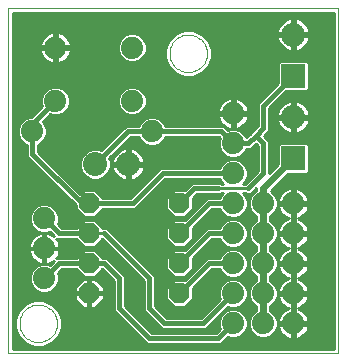
<source format=gbl>
G75*
G70*
%OFA0B0*%
%FSLAX24Y24*%
%IPPOS*%
%LPD*%
%AMOC8*
5,1,8,0,0,1.08239X$1,22.5*
%
%ADD10C,0.0000*%
%ADD11C,0.0740*%
%ADD12OC8,0.0680*%
%ADD13R,0.0800X0.0800*%
%ADD14C,0.0800*%
%ADD15C,0.0100*%
%ADD16C,0.0240*%
%ADD17C,0.0160*%
D10*
X000150Y000841D02*
X000150Y012341D01*
X011150Y012341D01*
X011150Y000841D01*
X000150Y000841D01*
X000525Y001841D02*
X000527Y001891D01*
X000533Y001940D01*
X000543Y001989D01*
X000556Y002036D01*
X000574Y002083D01*
X000595Y002128D01*
X000619Y002171D01*
X000647Y002212D01*
X000678Y002251D01*
X000712Y002287D01*
X000749Y002321D01*
X000789Y002351D01*
X000830Y002378D01*
X000874Y002402D01*
X000919Y002422D01*
X000966Y002438D01*
X001014Y002451D01*
X001063Y002460D01*
X001113Y002465D01*
X001162Y002466D01*
X001212Y002463D01*
X001261Y002456D01*
X001310Y002445D01*
X001357Y002431D01*
X001403Y002412D01*
X001448Y002390D01*
X001491Y002365D01*
X001531Y002336D01*
X001569Y002304D01*
X001605Y002270D01*
X001638Y002232D01*
X001667Y002192D01*
X001693Y002150D01*
X001716Y002106D01*
X001735Y002060D01*
X001751Y002013D01*
X001763Y001964D01*
X001771Y001915D01*
X001775Y001866D01*
X001775Y001816D01*
X001771Y001767D01*
X001763Y001718D01*
X001751Y001669D01*
X001735Y001622D01*
X001716Y001576D01*
X001693Y001532D01*
X001667Y001490D01*
X001638Y001450D01*
X001605Y001412D01*
X001569Y001378D01*
X001531Y001346D01*
X001491Y001317D01*
X001448Y001292D01*
X001403Y001270D01*
X001357Y001251D01*
X001310Y001237D01*
X001261Y001226D01*
X001212Y001219D01*
X001162Y001216D01*
X001113Y001217D01*
X001063Y001222D01*
X001014Y001231D01*
X000966Y001244D01*
X000919Y001260D01*
X000874Y001280D01*
X000830Y001304D01*
X000789Y001331D01*
X000749Y001361D01*
X000712Y001395D01*
X000678Y001431D01*
X000647Y001470D01*
X000619Y001511D01*
X000595Y001554D01*
X000574Y001599D01*
X000556Y001646D01*
X000543Y001693D01*
X000533Y001742D01*
X000527Y001791D01*
X000525Y001841D01*
X005525Y010841D02*
X005527Y010891D01*
X005533Y010940D01*
X005543Y010989D01*
X005556Y011036D01*
X005574Y011083D01*
X005595Y011128D01*
X005619Y011171D01*
X005647Y011212D01*
X005678Y011251D01*
X005712Y011287D01*
X005749Y011321D01*
X005789Y011351D01*
X005830Y011378D01*
X005874Y011402D01*
X005919Y011422D01*
X005966Y011438D01*
X006014Y011451D01*
X006063Y011460D01*
X006113Y011465D01*
X006162Y011466D01*
X006212Y011463D01*
X006261Y011456D01*
X006310Y011445D01*
X006357Y011431D01*
X006403Y011412D01*
X006448Y011390D01*
X006491Y011365D01*
X006531Y011336D01*
X006569Y011304D01*
X006605Y011270D01*
X006638Y011232D01*
X006667Y011192D01*
X006693Y011150D01*
X006716Y011106D01*
X006735Y011060D01*
X006751Y011013D01*
X006763Y010964D01*
X006771Y010915D01*
X006775Y010866D01*
X006775Y010816D01*
X006771Y010767D01*
X006763Y010718D01*
X006751Y010669D01*
X006735Y010622D01*
X006716Y010576D01*
X006693Y010532D01*
X006667Y010490D01*
X006638Y010450D01*
X006605Y010412D01*
X006569Y010378D01*
X006531Y010346D01*
X006491Y010317D01*
X006448Y010292D01*
X006403Y010270D01*
X006357Y010251D01*
X006310Y010237D01*
X006261Y010226D01*
X006212Y010219D01*
X006162Y010216D01*
X006113Y010217D01*
X006063Y010222D01*
X006014Y010231D01*
X005966Y010244D01*
X005919Y010260D01*
X005874Y010280D01*
X005830Y010304D01*
X005789Y010331D01*
X005749Y010361D01*
X005712Y010395D01*
X005678Y010431D01*
X005647Y010470D01*
X005619Y010511D01*
X005595Y010554D01*
X005574Y010599D01*
X005556Y010646D01*
X005543Y010693D01*
X005533Y010742D01*
X005527Y010791D01*
X005525Y010841D01*
D11*
X004280Y011031D03*
X004280Y009251D03*
X004950Y008241D03*
X007650Y007841D03*
X007650Y008841D03*
X007650Y006841D03*
X007650Y005841D03*
X007650Y004841D03*
X007650Y003841D03*
X007650Y002841D03*
X007650Y001841D03*
X008650Y001841D03*
X008650Y002841D03*
X008650Y003841D03*
X008650Y004841D03*
X008650Y005841D03*
X009650Y005841D03*
X009650Y004841D03*
X009650Y003841D03*
X009650Y002841D03*
X009650Y001841D03*
X001720Y009251D03*
X000950Y008241D03*
X001720Y011031D03*
X001350Y005341D03*
X001350Y004341D03*
X001350Y003341D03*
D12*
X002850Y003841D03*
X002850Y004841D03*
X002850Y005841D03*
X002850Y002841D03*
X005850Y002841D03*
X005850Y003841D03*
X005850Y004841D03*
X005850Y005841D03*
D13*
X009650Y007341D03*
X009650Y010091D03*
D14*
X009650Y008719D03*
X009650Y011469D03*
X004150Y007141D03*
X003050Y007141D03*
D15*
X003250Y007610D02*
X003151Y007651D01*
X002949Y007651D01*
X002761Y007573D01*
X002618Y007429D01*
X002540Y007242D01*
X002540Y007039D01*
X002618Y006852D01*
X002761Y006708D01*
X002949Y006631D01*
X003151Y006631D01*
X003339Y006708D01*
X003482Y006852D01*
X003560Y007039D01*
X003560Y007242D01*
X003519Y007341D01*
X004229Y008051D01*
X004509Y008051D01*
X004543Y007969D01*
X004678Y007834D01*
X004012Y007834D01*
X003914Y007736D02*
X007174Y007736D01*
X007170Y007745D02*
X007243Y007569D01*
X007378Y007434D01*
X007555Y007361D01*
X007745Y007361D01*
X007922Y007434D01*
X008057Y007569D01*
X008091Y007651D01*
X008229Y007651D01*
X008340Y007762D01*
X008400Y007822D01*
X008460Y007762D01*
X008460Y006919D01*
X008041Y006501D01*
X007989Y006501D01*
X008057Y006569D01*
X008130Y006745D01*
X008130Y006936D01*
X008057Y007112D01*
X007922Y007247D01*
X007745Y007321D01*
X007555Y007321D01*
X007378Y007247D01*
X007243Y007112D01*
X007209Y007031D01*
X005221Y007031D01*
X004221Y006031D01*
X003296Y006031D01*
X003036Y006291D01*
X002664Y006291D01*
X002541Y006168D01*
X001140Y007569D01*
X001140Y007800D01*
X001222Y007834D01*
X003475Y007834D01*
X003573Y007933D02*
X001321Y007933D01*
X001357Y007969D02*
X001430Y008145D01*
X001430Y008336D01*
X001357Y008512D01*
X001304Y008566D01*
X001543Y008804D01*
X001625Y008771D01*
X001815Y008771D01*
X001992Y008844D01*
X002127Y008979D01*
X002200Y009155D01*
X002200Y009346D01*
X002127Y009522D01*
X001992Y009657D01*
X001815Y009731D01*
X001625Y009731D01*
X001448Y009657D01*
X001313Y009522D01*
X001240Y009346D01*
X001240Y009155D01*
X001274Y009073D01*
X000921Y008721D01*
X000300Y008721D01*
X000300Y008819D02*
X001020Y008819D01*
X001118Y008918D02*
X000300Y008918D01*
X000300Y009016D02*
X001217Y009016D01*
X001257Y009115D02*
X000300Y009115D01*
X000300Y009213D02*
X001240Y009213D01*
X001240Y009312D02*
X000300Y009312D01*
X000300Y009410D02*
X001267Y009410D01*
X001307Y009509D02*
X000300Y009509D01*
X000300Y009607D02*
X001398Y009607D01*
X001564Y009706D02*
X000300Y009706D01*
X000300Y009804D02*
X009095Y009804D01*
X009140Y009849D02*
X008571Y009281D01*
X008460Y009169D01*
X008460Y008419D01*
X008321Y008281D01*
X008210Y008169D01*
X008085Y008044D01*
X008057Y008112D01*
X007922Y008247D01*
X007745Y008321D01*
X007555Y008321D01*
X007473Y008287D01*
X007440Y008319D01*
X007329Y008431D01*
X005391Y008431D01*
X005357Y008512D01*
X005222Y008647D01*
X005045Y008721D01*
X004855Y008721D01*
X004678Y008647D01*
X004543Y008512D01*
X004509Y008431D01*
X004071Y008431D01*
X003250Y007610D01*
X003278Y007637D02*
X003184Y007637D01*
X003376Y007736D02*
X001140Y007736D01*
X001140Y007637D02*
X002916Y007637D01*
X002727Y007539D02*
X001171Y007539D01*
X001269Y007440D02*
X002628Y007440D01*
X002581Y007342D02*
X001368Y007342D01*
X001466Y007243D02*
X002540Y007243D01*
X002540Y007145D02*
X001565Y007145D01*
X001663Y007046D02*
X002540Y007046D01*
X002578Y006948D02*
X001762Y006948D01*
X001860Y006849D02*
X002620Y006849D01*
X002719Y006751D02*
X001959Y006751D01*
X002057Y006652D02*
X002897Y006652D01*
X003203Y006652D02*
X003897Y006652D01*
X003862Y006670D02*
X003939Y006631D01*
X004021Y006604D01*
X004100Y006592D01*
X004100Y007091D01*
X003601Y007091D01*
X003614Y007012D01*
X003640Y006929D01*
X003680Y006852D01*
X003730Y006782D01*
X003792Y006721D01*
X003862Y006670D01*
X003762Y006751D02*
X003381Y006751D01*
X003480Y006849D02*
X003682Y006849D01*
X003634Y006948D02*
X003522Y006948D01*
X003560Y007046D02*
X003608Y007046D01*
X003560Y007145D02*
X004100Y007145D01*
X004100Y007191D02*
X004100Y007091D01*
X004200Y007091D01*
X004200Y007191D01*
X004100Y007191D01*
X004100Y007689D01*
X004021Y007677D01*
X003939Y007650D01*
X003862Y007611D01*
X003792Y007560D01*
X003730Y007499D01*
X003680Y007429D01*
X003640Y007352D01*
X003614Y007269D01*
X003601Y007191D01*
X004100Y007191D01*
X004100Y007243D02*
X004200Y007243D01*
X004200Y007191D02*
X004200Y007689D01*
X004279Y007677D01*
X004361Y007650D01*
X004438Y007611D01*
X004508Y007560D01*
X004570Y007499D01*
X004620Y007429D01*
X004660Y007352D01*
X004686Y007269D01*
X004699Y007191D01*
X004200Y007191D01*
X004200Y007145D02*
X007275Y007145D01*
X007216Y007046D02*
X004692Y007046D01*
X004686Y007012D02*
X004699Y007091D01*
X004200Y007091D01*
X004200Y006592D01*
X004279Y006604D01*
X004361Y006631D01*
X004438Y006670D01*
X004508Y006721D01*
X004570Y006782D01*
X004620Y006852D01*
X004660Y006929D01*
X004686Y007012D01*
X004666Y006948D02*
X005138Y006948D01*
X005040Y006849D02*
X004618Y006849D01*
X004538Y006751D02*
X004941Y006751D01*
X004843Y006652D02*
X004403Y006652D01*
X004200Y006652D02*
X004100Y006652D01*
X004100Y006751D02*
X004200Y006751D01*
X004200Y006849D02*
X004100Y006849D01*
X004100Y006948D02*
X004200Y006948D01*
X004200Y007046D02*
X004100Y007046D01*
X004100Y007342D02*
X004200Y007342D01*
X004200Y007440D02*
X004100Y007440D01*
X004100Y007539D02*
X004200Y007539D01*
X004200Y007637D02*
X004100Y007637D01*
X003913Y007637D02*
X003815Y007637D01*
X003770Y007539D02*
X003717Y007539D01*
X003688Y007440D02*
X003618Y007440D01*
X003637Y007342D02*
X003520Y007342D01*
X003560Y007243D02*
X003609Y007243D01*
X004111Y007933D02*
X004579Y007933D01*
X004517Y008031D02*
X004209Y008031D01*
X003967Y008327D02*
X001430Y008327D01*
X001430Y008228D02*
X003869Y008228D01*
X003770Y008130D02*
X001424Y008130D01*
X001383Y008031D02*
X003672Y008031D01*
X004066Y008425D02*
X001393Y008425D01*
X001346Y008524D02*
X004554Y008524D01*
X004653Y008622D02*
X001360Y008622D01*
X001459Y008721D02*
X007143Y008721D01*
X007143Y008719D02*
X007168Y008641D01*
X007205Y008568D01*
X007253Y008502D01*
X007311Y008444D01*
X007377Y008396D01*
X007450Y008359D01*
X007528Y008333D01*
X007600Y008322D01*
X007600Y008791D01*
X007131Y008791D01*
X007143Y008719D01*
X007178Y008622D02*
X005247Y008622D01*
X005346Y008524D02*
X007238Y008524D01*
X007334Y008425D02*
X007337Y008425D01*
X007433Y008327D02*
X007571Y008327D01*
X007600Y008327D02*
X007700Y008327D01*
X007700Y008322D02*
X007772Y008333D01*
X007850Y008359D01*
X007923Y008396D01*
X007989Y008444D01*
X008047Y008502D01*
X008095Y008568D01*
X008132Y008641D01*
X008157Y008719D01*
X008169Y008791D01*
X007700Y008791D01*
X007700Y008891D01*
X007600Y008891D01*
X007600Y009359D01*
X007528Y009348D01*
X007450Y009322D01*
X007377Y009285D01*
X007311Y009237D01*
X007253Y009179D01*
X007205Y009113D01*
X007168Y009040D01*
X007143Y008962D01*
X007131Y008891D01*
X007600Y008891D01*
X007600Y008791D01*
X007700Y008791D01*
X007700Y008322D01*
X007729Y008327D02*
X008367Y008327D01*
X008321Y008281D02*
X008321Y008281D01*
X008269Y008228D02*
X007941Y008228D01*
X008040Y008130D02*
X008170Y008130D01*
X008210Y008169D02*
X008210Y008169D01*
X007963Y008425D02*
X008460Y008425D01*
X008460Y008524D02*
X008062Y008524D01*
X008122Y008622D02*
X008460Y008622D01*
X008460Y008721D02*
X008157Y008721D01*
X008169Y008891D02*
X008157Y008962D01*
X008132Y009040D01*
X008095Y009113D01*
X008047Y009179D01*
X007989Y009237D01*
X007923Y009285D01*
X007850Y009322D01*
X007772Y009348D01*
X007700Y009359D01*
X007700Y008891D01*
X008169Y008891D01*
X008164Y008918D02*
X008460Y008918D01*
X008460Y009016D02*
X008140Y009016D01*
X008094Y009115D02*
X008460Y009115D01*
X008504Y009213D02*
X008013Y009213D01*
X007871Y009312D02*
X008602Y009312D01*
X008701Y009410D02*
X004733Y009410D01*
X004760Y009346D02*
X004687Y009522D01*
X004552Y009657D01*
X004375Y009731D01*
X004185Y009731D01*
X004008Y009657D01*
X003873Y009522D01*
X003800Y009346D01*
X003800Y009155D01*
X003873Y008979D01*
X004008Y008844D01*
X004185Y008771D01*
X004375Y008771D01*
X004552Y008844D01*
X004687Y008979D01*
X004760Y009155D01*
X004760Y009346D01*
X004760Y009312D02*
X007429Y009312D01*
X007287Y009213D02*
X004760Y009213D01*
X004743Y009115D02*
X007206Y009115D01*
X007160Y009016D02*
X004702Y009016D01*
X004626Y008918D02*
X007136Y008918D01*
X007600Y008918D02*
X007700Y008918D01*
X007700Y009016D02*
X007600Y009016D01*
X007600Y009115D02*
X007700Y009115D01*
X007700Y009213D02*
X007600Y009213D01*
X007600Y009312D02*
X007700Y009312D01*
X007700Y008819D02*
X008460Y008819D01*
X008840Y008819D02*
X009109Y008819D01*
X009114Y008847D02*
X009101Y008769D01*
X009600Y008769D01*
X009600Y009267D01*
X009521Y009255D01*
X009439Y009228D01*
X009362Y009189D01*
X009292Y009138D01*
X009230Y009077D01*
X009180Y009007D01*
X009140Y008930D01*
X009114Y008847D01*
X009136Y008918D02*
X008840Y008918D01*
X008840Y009012D02*
X009409Y009581D01*
X010096Y009581D01*
X010160Y009645D01*
X010160Y010536D01*
X010096Y010601D01*
X009204Y010601D01*
X009140Y010536D01*
X009140Y009849D01*
X009140Y009903D02*
X000300Y009903D01*
X000300Y010001D02*
X009140Y010001D01*
X009140Y010100D02*
X006386Y010100D01*
X006304Y010066D02*
X006589Y010184D01*
X006807Y010402D01*
X006925Y010686D01*
X006925Y010995D01*
X006807Y011280D01*
X006589Y011498D01*
X006304Y011616D01*
X005996Y011616D01*
X005711Y011498D01*
X005493Y011280D01*
X005375Y010995D01*
X005375Y010686D01*
X005493Y010402D01*
X005711Y010184D01*
X005996Y010066D01*
X006304Y010066D01*
X006604Y010198D02*
X009140Y010198D01*
X009140Y010297D02*
X006702Y010297D01*
X006801Y010395D02*
X009140Y010395D01*
X009140Y010494D02*
X006845Y010494D01*
X006886Y010592D02*
X009196Y010592D01*
X009385Y010986D02*
X006925Y010986D01*
X006925Y010888D02*
X011000Y010888D01*
X011000Y010986D02*
X009915Y010986D01*
X009938Y010998D02*
X009861Y010959D01*
X009779Y010932D01*
X009700Y010920D01*
X009700Y011419D01*
X009700Y011519D01*
X009600Y011519D01*
X009600Y012017D01*
X009521Y012005D01*
X009439Y011978D01*
X009362Y011939D01*
X009292Y011888D01*
X009230Y011827D01*
X009180Y011757D01*
X009140Y011680D01*
X009114Y011597D01*
X009101Y011519D01*
X009600Y011519D01*
X009600Y011419D01*
X009101Y011419D01*
X009114Y011340D01*
X009140Y011257D01*
X009180Y011180D01*
X009230Y011110D01*
X009292Y011049D01*
X009362Y010998D01*
X009439Y010959D01*
X009521Y010932D01*
X009600Y010920D01*
X009600Y011419D01*
X009700Y011419D01*
X010199Y011419D01*
X010186Y011340D01*
X010160Y011257D01*
X010120Y011180D01*
X010070Y011110D01*
X010008Y011049D01*
X009938Y010998D01*
X010044Y011085D02*
X011000Y011085D01*
X011000Y011183D02*
X010122Y011183D01*
X010168Y011282D02*
X011000Y011282D01*
X011000Y011380D02*
X010193Y011380D01*
X010199Y011519D02*
X010186Y011597D01*
X010160Y011680D01*
X010120Y011757D01*
X010070Y011827D01*
X010008Y011888D01*
X009938Y011939D01*
X009861Y011978D01*
X009779Y012005D01*
X009700Y012017D01*
X009700Y011519D01*
X010199Y011519D01*
X010190Y011577D02*
X011000Y011577D01*
X011000Y011479D02*
X009700Y011479D01*
X009700Y011577D02*
X009600Y011577D01*
X009600Y011479D02*
X006608Y011479D01*
X006706Y011380D02*
X009107Y011380D01*
X009132Y011282D02*
X006805Y011282D01*
X006847Y011183D02*
X009178Y011183D01*
X009256Y011085D02*
X006888Y011085D01*
X006925Y010789D02*
X011000Y010789D01*
X011000Y010691D02*
X006925Y010691D01*
X006397Y011577D02*
X009110Y011577D01*
X009139Y011676D02*
X000300Y011676D01*
X000300Y011774D02*
X009192Y011774D01*
X009276Y011873D02*
X000300Y011873D01*
X000300Y011971D02*
X009425Y011971D01*
X009600Y011971D02*
X009700Y011971D01*
X009700Y011873D02*
X009600Y011873D01*
X009600Y011774D02*
X009700Y011774D01*
X009700Y011676D02*
X009600Y011676D01*
X009600Y011380D02*
X009700Y011380D01*
X009700Y011282D02*
X009600Y011282D01*
X009600Y011183D02*
X009700Y011183D01*
X009700Y011085D02*
X009600Y011085D01*
X009600Y010986D02*
X009700Y010986D01*
X010104Y010592D02*
X011000Y010592D01*
X011000Y010494D02*
X010160Y010494D01*
X010160Y010395D02*
X011000Y010395D01*
X011000Y010297D02*
X010160Y010297D01*
X010160Y010198D02*
X011000Y010198D01*
X011000Y010100D02*
X010160Y010100D01*
X010160Y010001D02*
X011000Y010001D01*
X011000Y009903D02*
X010160Y009903D01*
X010160Y009804D02*
X011000Y009804D01*
X011000Y009706D02*
X010160Y009706D01*
X010122Y009607D02*
X011000Y009607D01*
X011000Y009509D02*
X009337Y009509D01*
X009238Y009410D02*
X011000Y009410D01*
X011000Y009312D02*
X009140Y009312D01*
X009041Y009213D02*
X009409Y009213D01*
X009268Y009115D02*
X008943Y009115D01*
X008844Y009016D02*
X009186Y009016D01*
X008840Y009012D02*
X008840Y008262D01*
X008669Y008091D01*
X008840Y007919D01*
X008840Y006856D01*
X009140Y007156D01*
X009140Y007786D01*
X009204Y007851D01*
X010096Y007851D01*
X010160Y007786D01*
X010160Y006895D01*
X010096Y006831D01*
X009465Y006831D01*
X008894Y006259D01*
X008922Y006247D01*
X009057Y006112D01*
X009130Y005936D01*
X009130Y005745D01*
X009057Y005569D01*
X008922Y005434D01*
X008880Y005416D01*
X008880Y005265D01*
X008922Y005247D01*
X009057Y005112D01*
X009130Y004936D01*
X009130Y004745D01*
X009057Y004569D01*
X008922Y004434D01*
X008880Y004416D01*
X008880Y004265D01*
X008922Y004247D01*
X009057Y004112D01*
X009130Y003936D01*
X009130Y003745D01*
X009057Y003569D01*
X008922Y003434D01*
X008880Y003416D01*
X008880Y003265D01*
X008922Y003247D01*
X009057Y003112D01*
X009130Y002936D01*
X009130Y002745D01*
X009057Y002569D01*
X008922Y002434D01*
X008880Y002416D01*
X008880Y002265D01*
X008922Y002247D01*
X009057Y002112D01*
X009130Y001936D01*
X009130Y001745D01*
X009057Y001569D01*
X008922Y001434D01*
X008745Y001361D01*
X008555Y001361D01*
X008378Y001434D01*
X008243Y001569D01*
X008170Y001745D01*
X008170Y001936D01*
X008243Y002112D01*
X008378Y002247D01*
X008420Y002265D01*
X008420Y002416D01*
X008378Y002434D01*
X008243Y002569D01*
X008170Y002745D01*
X008170Y002936D01*
X008243Y003112D01*
X008378Y003247D01*
X008420Y003265D01*
X008420Y003416D01*
X008378Y003434D01*
X008243Y003569D01*
X008170Y003745D01*
X008170Y003936D01*
X008243Y004112D01*
X008378Y004247D01*
X008420Y004265D01*
X008420Y004416D01*
X008378Y004434D01*
X008243Y004569D01*
X008170Y004745D01*
X008170Y004936D01*
X008243Y005112D01*
X008378Y005247D01*
X008420Y005265D01*
X008420Y005416D01*
X008378Y005434D01*
X008243Y005569D01*
X008170Y005745D01*
X008170Y005936D01*
X008243Y006112D01*
X008378Y006247D01*
X008420Y006265D01*
X008420Y006342D01*
X008229Y006151D01*
X008071Y006151D01*
X008041Y006181D01*
X007989Y006181D01*
X008057Y006112D01*
X008130Y005936D01*
X008130Y005745D01*
X008057Y005569D01*
X007922Y005434D01*
X007745Y005361D01*
X007555Y005361D01*
X007378Y005434D01*
X007243Y005569D01*
X007209Y005651D01*
X006929Y005651D01*
X006300Y005022D01*
X006300Y004654D01*
X006036Y004391D01*
X005664Y004391D01*
X005400Y004654D01*
X005400Y005027D01*
X005664Y005291D01*
X006031Y005291D01*
X006660Y005919D01*
X006771Y006031D01*
X007209Y006031D01*
X007243Y006112D01*
X007311Y006181D01*
X007259Y006181D01*
X007229Y006151D01*
X006429Y006151D01*
X006300Y006022D01*
X006300Y005654D01*
X006036Y005391D01*
X005664Y005391D01*
X005400Y005654D01*
X005400Y006027D01*
X005664Y006291D01*
X006031Y006291D01*
X006160Y006419D01*
X006271Y006531D01*
X007229Y006531D01*
X007259Y006501D01*
X007311Y006501D01*
X007243Y006569D01*
X007209Y006651D01*
X005379Y006651D01*
X004490Y005762D01*
X004379Y005651D01*
X003296Y005651D01*
X003036Y005391D01*
X002664Y005391D01*
X002400Y005654D01*
X002400Y005772D01*
X000871Y007301D01*
X000760Y007412D01*
X000760Y007800D01*
X000678Y007834D01*
X000300Y007834D01*
X000300Y007736D02*
X000760Y007736D01*
X000760Y007637D02*
X000300Y007637D01*
X000300Y007539D02*
X000760Y007539D01*
X000760Y007440D02*
X000300Y007440D01*
X000300Y007342D02*
X000830Y007342D01*
X000929Y007243D02*
X000300Y007243D01*
X000300Y007145D02*
X001027Y007145D01*
X001126Y007046D02*
X000300Y007046D01*
X000300Y006948D02*
X001224Y006948D01*
X001323Y006849D02*
X000300Y006849D01*
X000300Y006751D02*
X001421Y006751D01*
X001520Y006652D02*
X000300Y006652D01*
X000300Y006554D02*
X001618Y006554D01*
X001717Y006455D02*
X000300Y006455D01*
X000300Y006357D02*
X001815Y006357D01*
X001914Y006258D02*
X000300Y006258D01*
X000300Y006160D02*
X002012Y006160D01*
X002111Y006061D02*
X000300Y006061D01*
X000300Y005963D02*
X002209Y005963D01*
X002308Y005864D02*
X000300Y005864D01*
X000300Y005766D02*
X001122Y005766D01*
X001078Y005747D02*
X000943Y005612D01*
X000870Y005436D01*
X000870Y005245D01*
X000943Y005069D01*
X001078Y004934D01*
X001255Y004861D01*
X001445Y004861D01*
X001527Y004894D01*
X001674Y004748D01*
X001623Y004785D01*
X001550Y004822D01*
X001472Y004848D01*
X001391Y004861D01*
X001379Y004861D01*
X001379Y004369D01*
X001870Y004369D01*
X001870Y004381D01*
X001857Y004462D01*
X001832Y004540D01*
X001795Y004613D01*
X001757Y004664D01*
X001771Y004651D01*
X002404Y004651D01*
X002664Y004391D01*
X003036Y004391D01*
X003284Y004638D01*
X004660Y003262D01*
X004660Y002262D01*
X004771Y002151D01*
X005271Y001651D01*
X006729Y001651D01*
X006840Y001762D01*
X007473Y002394D01*
X007555Y002361D01*
X007745Y002361D01*
X007922Y002434D01*
X008057Y002569D01*
X008130Y002745D01*
X008130Y002936D01*
X008057Y003112D01*
X007922Y003247D01*
X007745Y003321D01*
X007555Y003321D01*
X007378Y003247D01*
X007243Y003112D01*
X007170Y002936D01*
X007170Y002745D01*
X007204Y002663D01*
X006571Y002031D01*
X005429Y002031D01*
X005040Y002419D01*
X005040Y003419D01*
X003429Y005031D01*
X003296Y005031D01*
X003036Y005291D01*
X002664Y005291D01*
X002404Y005031D01*
X001929Y005031D01*
X001796Y005163D01*
X001830Y005245D01*
X001830Y005436D01*
X001757Y005612D01*
X001622Y005747D01*
X001445Y005821D01*
X001255Y005821D01*
X001078Y005747D01*
X000998Y005667D02*
X000300Y005667D01*
X000300Y005569D02*
X000925Y005569D01*
X000884Y005470D02*
X000300Y005470D01*
X000300Y005372D02*
X000870Y005372D01*
X000870Y005273D02*
X000300Y005273D01*
X000300Y005175D02*
X000899Y005175D01*
X000940Y005076D02*
X000300Y005076D01*
X000300Y004978D02*
X001034Y004978D01*
X001150Y004822D02*
X001077Y004785D01*
X001011Y004737D01*
X000953Y004679D01*
X000905Y004613D01*
X000868Y004540D01*
X000843Y004462D01*
X000830Y004381D01*
X000830Y004369D01*
X001321Y004369D01*
X001321Y004312D01*
X000830Y004312D01*
X000830Y004300D01*
X000843Y004219D01*
X000868Y004141D01*
X000905Y004068D01*
X000953Y004002D01*
X001011Y003944D01*
X001077Y003896D01*
X001150Y003859D01*
X001228Y003833D01*
X001309Y003821D01*
X001321Y003821D01*
X001321Y004312D01*
X001379Y004312D01*
X001379Y004369D01*
X001321Y004369D01*
X001321Y004861D01*
X001309Y004861D01*
X001228Y004848D01*
X001150Y004822D01*
X001210Y004879D02*
X000300Y004879D01*
X000300Y004781D02*
X001071Y004781D01*
X000956Y004682D02*
X000300Y004682D01*
X000300Y004584D02*
X000890Y004584D01*
X000850Y004485D02*
X000300Y004485D01*
X000300Y004387D02*
X000831Y004387D01*
X000832Y004288D02*
X000300Y004288D01*
X000300Y004190D02*
X000852Y004190D01*
X000894Y004091D02*
X000300Y004091D01*
X000300Y003993D02*
X000963Y003993D01*
X001081Y003894D02*
X000300Y003894D01*
X000300Y003796D02*
X001194Y003796D01*
X001255Y003821D02*
X001078Y003747D01*
X000943Y003612D01*
X000870Y003436D01*
X000870Y003245D01*
X000943Y003069D01*
X001078Y002934D01*
X001255Y002861D01*
X001445Y002861D01*
X001622Y002934D01*
X001757Y003069D01*
X001830Y003245D01*
X001830Y003436D01*
X001796Y003518D01*
X001929Y003651D01*
X002404Y003651D01*
X002664Y003391D01*
X003036Y003391D01*
X003284Y003638D01*
X003660Y003262D01*
X003660Y002262D01*
X003771Y002151D01*
X004771Y001151D01*
X007229Y001151D01*
X007340Y001262D01*
X007473Y001394D01*
X007555Y001361D01*
X007745Y001361D01*
X007922Y001434D01*
X008057Y001569D01*
X008130Y001745D01*
X008130Y001936D01*
X008057Y002112D01*
X007922Y002247D01*
X007745Y002321D01*
X007555Y002321D01*
X007378Y002247D01*
X007243Y002112D01*
X007170Y001936D01*
X007170Y001745D01*
X007204Y001663D01*
X007071Y001531D01*
X004929Y001531D01*
X004040Y002419D01*
X004040Y003419D01*
X003540Y003919D01*
X003429Y004031D01*
X003296Y004031D01*
X003036Y004291D01*
X002664Y004291D01*
X002404Y004031D01*
X001771Y004031D01*
X001757Y004017D01*
X001795Y004068D01*
X001832Y004141D01*
X001857Y004219D01*
X001870Y004300D01*
X001870Y004312D01*
X001379Y004312D01*
X001379Y003821D01*
X001391Y003821D01*
X001472Y003833D01*
X001550Y003859D01*
X001623Y003896D01*
X001674Y003933D01*
X001527Y003787D01*
X001445Y003821D01*
X001255Y003821D01*
X001321Y003894D02*
X001379Y003894D01*
X001379Y003993D02*
X001321Y003993D01*
X001321Y004091D02*
X001379Y004091D01*
X001379Y004190D02*
X001321Y004190D01*
X001321Y004288D02*
X001379Y004288D01*
X001379Y004387D02*
X001321Y004387D01*
X001321Y004485D02*
X001379Y004485D01*
X001379Y004584D02*
X001321Y004584D01*
X001321Y004682D02*
X001379Y004682D01*
X001379Y004781D02*
X001321Y004781D01*
X001490Y004879D02*
X001543Y004879D01*
X001629Y004781D02*
X001641Y004781D01*
X001810Y004584D02*
X002471Y004584D01*
X002569Y004485D02*
X001850Y004485D01*
X001869Y004387D02*
X003535Y004387D01*
X003437Y004485D02*
X003131Y004485D01*
X003229Y004584D02*
X003338Y004584D01*
X003350Y004841D02*
X002850Y004841D01*
X002548Y005175D02*
X001801Y005175D01*
X001830Y005273D02*
X002646Y005273D01*
X002584Y005470D02*
X001816Y005470D01*
X001830Y005372D02*
X006112Y005372D01*
X006116Y005470D02*
X006211Y005470D01*
X006214Y005569D02*
X006309Y005569D01*
X006300Y005667D02*
X006408Y005667D01*
X006506Y005766D02*
X006300Y005766D01*
X006300Y005864D02*
X006605Y005864D01*
X006703Y005963D02*
X006300Y005963D01*
X006339Y006061D02*
X007222Y006061D01*
X007238Y006160D02*
X007290Y006160D01*
X007150Y006341D02*
X008150Y006341D01*
X008238Y006160D02*
X008290Y006160D01*
X008336Y006258D02*
X008404Y006258D01*
X008222Y006061D02*
X008078Y006061D01*
X008062Y006160D02*
X008010Y006160D01*
X008119Y005963D02*
X008181Y005963D01*
X008170Y005864D02*
X008130Y005864D01*
X008130Y005766D02*
X008170Y005766D01*
X008202Y005667D02*
X008098Y005667D01*
X008057Y005569D02*
X008243Y005569D01*
X008342Y005470D02*
X007958Y005470D01*
X007860Y005273D02*
X008420Y005273D01*
X008420Y005372D02*
X007772Y005372D01*
X007745Y005321D02*
X007555Y005321D01*
X007378Y005247D01*
X007243Y005112D01*
X007209Y005031D01*
X006771Y005031D01*
X006660Y004919D01*
X006031Y004291D01*
X005664Y004291D01*
X005400Y004027D01*
X005400Y003654D01*
X005664Y003391D01*
X006036Y003391D01*
X006300Y003654D01*
X006300Y004022D01*
X006929Y004651D01*
X007209Y004651D01*
X007243Y004569D01*
X007378Y004434D01*
X007555Y004361D01*
X007745Y004361D01*
X007922Y004434D01*
X008057Y004569D01*
X008130Y004745D01*
X008130Y004936D01*
X008057Y005112D01*
X007922Y005247D01*
X007745Y005321D01*
X007528Y005372D02*
X006650Y005372D01*
X006748Y005470D02*
X007342Y005470D01*
X007243Y005569D02*
X006847Y005569D01*
X006551Y005273D02*
X007440Y005273D01*
X007305Y005175D02*
X006453Y005175D01*
X006354Y005076D02*
X007228Y005076D01*
X007237Y004584D02*
X006862Y004584D01*
X006763Y004485D02*
X007327Y004485D01*
X007492Y004387D02*
X006665Y004387D01*
X006566Y004288D02*
X007476Y004288D01*
X007555Y004321D02*
X007378Y004247D01*
X007243Y004112D01*
X007209Y004031D01*
X006771Y004031D01*
X006660Y003919D01*
X006031Y003291D01*
X005664Y003291D01*
X005400Y003027D01*
X005400Y002654D01*
X005664Y002391D01*
X006036Y002391D01*
X006300Y002654D01*
X006300Y003022D01*
X006929Y003651D01*
X007209Y003651D01*
X007243Y003569D01*
X007378Y003434D01*
X007555Y003361D01*
X007745Y003361D01*
X007922Y003434D01*
X008057Y003569D01*
X008130Y003745D01*
X008130Y003936D01*
X008057Y004112D01*
X007922Y004247D01*
X007745Y004321D01*
X007555Y004321D01*
X007808Y004387D02*
X008420Y004387D01*
X008420Y004288D02*
X007824Y004288D01*
X007980Y004190D02*
X008320Y004190D01*
X008234Y004091D02*
X008066Y004091D01*
X008107Y003993D02*
X008193Y003993D01*
X008170Y003894D02*
X008130Y003894D01*
X008130Y003796D02*
X008170Y003796D01*
X008190Y003697D02*
X008110Y003697D01*
X008069Y003599D02*
X008231Y003599D01*
X008312Y003500D02*
X007988Y003500D01*
X007844Y003402D02*
X008420Y003402D01*
X008420Y003303D02*
X007788Y003303D01*
X007965Y003205D02*
X008335Y003205D01*
X008240Y003106D02*
X008060Y003106D01*
X008100Y003008D02*
X008200Y003008D01*
X008170Y002909D02*
X008130Y002909D01*
X008130Y002811D02*
X008170Y002811D01*
X008184Y002712D02*
X008116Y002712D01*
X008076Y002614D02*
X008224Y002614D01*
X008297Y002515D02*
X008003Y002515D01*
X007881Y002417D02*
X008419Y002417D01*
X008420Y002318D02*
X007752Y002318D01*
X007548Y002318D02*
X007396Y002318D01*
X007350Y002220D02*
X007298Y002220D01*
X007252Y002121D02*
X007199Y002121D01*
X007206Y002023D02*
X007101Y002023D01*
X007170Y001924D02*
X007002Y001924D01*
X006904Y001826D02*
X007170Y001826D01*
X007177Y001727D02*
X006805Y001727D01*
X007169Y001629D02*
X004831Y001629D01*
X004732Y001727D02*
X005195Y001727D01*
X005096Y001826D02*
X004634Y001826D01*
X004535Y001924D02*
X004998Y001924D01*
X004899Y002023D02*
X004437Y002023D01*
X004338Y002121D02*
X004801Y002121D01*
X004702Y002220D02*
X004240Y002220D01*
X004141Y002318D02*
X004660Y002318D01*
X004660Y002417D02*
X004043Y002417D01*
X004040Y002515D02*
X004660Y002515D01*
X004660Y002614D02*
X004040Y002614D01*
X004040Y002712D02*
X004660Y002712D01*
X004660Y002811D02*
X004040Y002811D01*
X004040Y002909D02*
X004660Y002909D01*
X004660Y003008D02*
X004040Y003008D01*
X004040Y003106D02*
X004660Y003106D01*
X004660Y003205D02*
X004040Y003205D01*
X004040Y003303D02*
X004619Y003303D01*
X004520Y003402D02*
X004040Y003402D01*
X003959Y003500D02*
X004422Y003500D01*
X004323Y003599D02*
X003861Y003599D01*
X003762Y003697D02*
X004225Y003697D01*
X004126Y003796D02*
X003664Y003796D01*
X003565Y003894D02*
X004028Y003894D01*
X003929Y003993D02*
X003467Y003993D01*
X003236Y004091D02*
X003831Y004091D01*
X003732Y004190D02*
X003137Y004190D01*
X003039Y004288D02*
X003634Y004288D01*
X003876Y004584D02*
X005471Y004584D01*
X005400Y004682D02*
X003777Y004682D01*
X003679Y004781D02*
X005400Y004781D01*
X005400Y004879D02*
X003580Y004879D01*
X003482Y004978D02*
X005400Y004978D01*
X005449Y005076D02*
X003251Y005076D01*
X003152Y005175D02*
X005548Y005175D01*
X005646Y005273D02*
X003054Y005273D01*
X003116Y005470D02*
X005584Y005470D01*
X005486Y005569D02*
X003214Y005569D01*
X003266Y006061D02*
X004252Y006061D01*
X004350Y006160D02*
X003167Y006160D01*
X003069Y006258D02*
X004449Y006258D01*
X004547Y006357D02*
X002353Y006357D01*
X002254Y006455D02*
X004646Y006455D01*
X004744Y006554D02*
X002156Y006554D01*
X002451Y006258D02*
X002631Y006258D01*
X002400Y005766D02*
X001578Y005766D01*
X001702Y005667D02*
X002400Y005667D01*
X002486Y005569D02*
X001775Y005569D01*
X001883Y005076D02*
X002449Y005076D01*
X002661Y004288D02*
X001868Y004288D01*
X001848Y004190D02*
X002563Y004190D01*
X002464Y004091D02*
X001806Y004091D01*
X001635Y003894D02*
X001619Y003894D01*
X001536Y003796D02*
X001506Y003796D01*
X001803Y003500D02*
X002554Y003500D01*
X002456Y003599D02*
X001877Y003599D01*
X001830Y003402D02*
X002653Y003402D01*
X002647Y003331D02*
X002360Y003044D01*
X002360Y002871D01*
X002820Y002871D01*
X002820Y003331D01*
X002647Y003331D01*
X002620Y003303D02*
X001830Y003303D01*
X001813Y003205D02*
X002521Y003205D01*
X002423Y003106D02*
X001772Y003106D01*
X001696Y003008D02*
X002360Y003008D01*
X002360Y002909D02*
X001563Y002909D01*
X001309Y002614D02*
X002384Y002614D01*
X002360Y002638D02*
X002647Y002351D01*
X002820Y002351D01*
X002820Y002811D01*
X000300Y002811D01*
X000300Y002909D02*
X001137Y002909D01*
X001004Y003008D02*
X000300Y003008D01*
X000300Y003106D02*
X000928Y003106D01*
X000887Y003205D02*
X000300Y003205D01*
X000300Y003303D02*
X000870Y003303D01*
X000870Y003402D02*
X000300Y003402D01*
X000300Y003500D02*
X000897Y003500D01*
X000937Y003599D02*
X000300Y003599D01*
X000300Y003697D02*
X001028Y003697D01*
X000300Y002712D02*
X002360Y002712D01*
X002360Y002638D02*
X002360Y002811D01*
X002820Y002811D01*
X002820Y002871D01*
X002880Y002871D01*
X002880Y003331D01*
X003053Y003331D01*
X003340Y003044D01*
X003340Y002871D01*
X002880Y002871D01*
X002880Y002811D01*
X003660Y002811D01*
X003660Y002909D02*
X003340Y002909D01*
X003340Y002811D02*
X002880Y002811D01*
X002880Y002351D01*
X003053Y002351D01*
X003340Y002638D01*
X003340Y002811D01*
X003340Y002712D02*
X003660Y002712D01*
X003660Y002614D02*
X003316Y002614D01*
X003217Y002515D02*
X003660Y002515D01*
X003660Y002417D02*
X003119Y002417D01*
X002880Y002417D02*
X002820Y002417D01*
X002820Y002515D02*
X002880Y002515D01*
X002880Y002614D02*
X002820Y002614D01*
X002820Y002712D02*
X002880Y002712D01*
X002880Y002811D02*
X002820Y002811D01*
X002820Y002909D02*
X002880Y002909D01*
X002880Y003008D02*
X002820Y003008D01*
X002820Y003106D02*
X002880Y003106D01*
X002880Y003205D02*
X002820Y003205D01*
X002820Y003303D02*
X002880Y003303D01*
X003047Y003402D02*
X003520Y003402D01*
X003422Y003500D02*
X003146Y003500D01*
X003244Y003599D02*
X003323Y003599D01*
X003080Y003303D02*
X003619Y003303D01*
X003660Y003205D02*
X003179Y003205D01*
X003277Y003106D02*
X003660Y003106D01*
X003660Y003008D02*
X003340Y003008D01*
X003660Y002318D02*
X001769Y002318D01*
X001807Y002280D02*
X001589Y002498D01*
X001304Y002616D01*
X000996Y002616D01*
X000711Y002498D01*
X000493Y002280D01*
X000375Y001995D01*
X000375Y001686D01*
X000493Y001402D01*
X000711Y001184D01*
X000996Y001066D01*
X001304Y001066D01*
X001589Y001184D01*
X001807Y001402D01*
X001925Y001686D01*
X001925Y001995D01*
X001807Y002280D01*
X001832Y002220D02*
X003702Y002220D01*
X003801Y002121D02*
X001873Y002121D01*
X001913Y002023D02*
X003899Y002023D01*
X003998Y001924D02*
X001925Y001924D01*
X001925Y001826D02*
X004096Y001826D01*
X004195Y001727D02*
X001925Y001727D01*
X001901Y001629D02*
X004293Y001629D01*
X004392Y001530D02*
X001860Y001530D01*
X001819Y001432D02*
X004490Y001432D01*
X004589Y001333D02*
X001739Y001333D01*
X001640Y001235D02*
X004687Y001235D01*
X005338Y002121D02*
X006662Y002121D01*
X006760Y002220D02*
X005240Y002220D01*
X005141Y002318D02*
X006859Y002318D01*
X006957Y002417D02*
X006062Y002417D01*
X006161Y002515D02*
X007056Y002515D01*
X007154Y002614D02*
X006259Y002614D01*
X006300Y002712D02*
X007184Y002712D01*
X007170Y002811D02*
X006300Y002811D01*
X006300Y002909D02*
X007170Y002909D01*
X007200Y003008D02*
X006300Y003008D01*
X006384Y003106D02*
X007240Y003106D01*
X007335Y003205D02*
X006483Y003205D01*
X006581Y003303D02*
X007512Y003303D01*
X007456Y003402D02*
X006680Y003402D01*
X006778Y003500D02*
X007312Y003500D01*
X007231Y003599D02*
X006877Y003599D01*
X006635Y003894D02*
X006300Y003894D01*
X006300Y003796D02*
X006536Y003796D01*
X006438Y003697D02*
X006300Y003697D01*
X006339Y003599D02*
X006244Y003599D01*
X006241Y003500D02*
X006146Y003500D01*
X006142Y003402D02*
X006047Y003402D01*
X006044Y003303D02*
X005040Y003303D01*
X005040Y003205D02*
X005578Y003205D01*
X005479Y003106D02*
X005040Y003106D01*
X005040Y003008D02*
X005400Y003008D01*
X005400Y002909D02*
X005040Y002909D01*
X005040Y002811D02*
X005400Y002811D01*
X005400Y002712D02*
X005040Y002712D01*
X005040Y002614D02*
X005441Y002614D01*
X005539Y002515D02*
X005040Y002515D01*
X005043Y002417D02*
X005638Y002417D01*
X005653Y003402D02*
X005040Y003402D01*
X004959Y003500D02*
X005554Y003500D01*
X005456Y003599D02*
X004861Y003599D01*
X004762Y003697D02*
X005400Y003697D01*
X005400Y003796D02*
X004664Y003796D01*
X004565Y003894D02*
X005400Y003894D01*
X005400Y003993D02*
X004467Y003993D01*
X004368Y004091D02*
X005464Y004091D01*
X005563Y004190D02*
X004270Y004190D01*
X004171Y004288D02*
X005661Y004288D01*
X005569Y004485D02*
X003974Y004485D01*
X004073Y004387D02*
X006127Y004387D01*
X006131Y004485D02*
X006226Y004485D01*
X006229Y004584D02*
X006324Y004584D01*
X006300Y004682D02*
X006423Y004682D01*
X006521Y004781D02*
X006300Y004781D01*
X006300Y004879D02*
X006620Y004879D01*
X006718Y004978D02*
X006300Y004978D01*
X006468Y004190D02*
X007320Y004190D01*
X007234Y004091D02*
X006369Y004091D01*
X006300Y003993D02*
X006733Y003993D01*
X007973Y004485D02*
X008327Y004485D01*
X008237Y004584D02*
X008063Y004584D01*
X008104Y004682D02*
X008196Y004682D01*
X008170Y004781D02*
X008130Y004781D01*
X008130Y004879D02*
X008170Y004879D01*
X008187Y004978D02*
X008113Y004978D01*
X008072Y005076D02*
X008228Y005076D01*
X008305Y005175D02*
X007995Y005175D01*
X008880Y005273D02*
X009361Y005273D01*
X009377Y005285D02*
X009311Y005237D01*
X009253Y005179D01*
X009205Y005113D01*
X009168Y005040D01*
X009143Y004962D01*
X009131Y004891D01*
X009600Y004891D01*
X009600Y005791D01*
X009131Y005791D01*
X009143Y005719D01*
X009168Y005641D01*
X009205Y005568D01*
X009253Y005502D01*
X009311Y005444D01*
X009377Y005396D01*
X009450Y005359D01*
X009506Y005341D01*
X009450Y005322D01*
X009377Y005285D01*
X009425Y005372D02*
X008880Y005372D01*
X008958Y005470D02*
X009285Y005470D01*
X009205Y005569D02*
X009057Y005569D01*
X009098Y005667D02*
X009160Y005667D01*
X009135Y005766D02*
X009130Y005766D01*
X009130Y005864D02*
X009600Y005864D01*
X009600Y005891D02*
X009600Y005791D01*
X009700Y005791D01*
X009700Y005891D01*
X009600Y005891D01*
X009600Y006359D01*
X009528Y006348D01*
X009450Y006322D01*
X009377Y006285D01*
X009311Y006237D01*
X009253Y006179D01*
X009205Y006113D01*
X009168Y006040D01*
X009143Y005962D01*
X009131Y005891D01*
X009600Y005891D01*
X009600Y005963D02*
X009700Y005963D01*
X009700Y005891D02*
X009700Y006359D01*
X009772Y006348D01*
X009850Y006322D01*
X009923Y006285D01*
X009989Y006237D01*
X010047Y006179D01*
X010095Y006113D01*
X010132Y006040D01*
X010157Y005962D01*
X010169Y005891D01*
X009700Y005891D01*
X009700Y005864D02*
X011000Y005864D01*
X011000Y005766D02*
X010165Y005766D01*
X010169Y005791D02*
X009700Y005791D01*
X009700Y005322D01*
X009700Y004891D01*
X009600Y004891D01*
X009600Y004791D01*
X009131Y004791D01*
X009143Y004719D01*
X009168Y004641D01*
X009205Y004568D01*
X009253Y004502D01*
X009311Y004444D01*
X009377Y004396D01*
X009450Y004359D01*
X009506Y004341D01*
X009450Y004322D01*
X009377Y004285D01*
X009311Y004237D01*
X009253Y004179D01*
X009205Y004113D01*
X009168Y004040D01*
X009143Y003962D01*
X009131Y003891D01*
X009600Y003891D01*
X009600Y004791D01*
X009700Y004791D01*
X009700Y004891D01*
X010169Y004891D01*
X010157Y004962D01*
X010132Y005040D01*
X010095Y005113D01*
X010047Y005179D01*
X009989Y005237D01*
X009923Y005285D01*
X009850Y005322D01*
X009794Y005341D01*
X009850Y005359D01*
X009923Y005396D01*
X009989Y005444D01*
X010047Y005502D01*
X010095Y005568D01*
X010132Y005641D01*
X010157Y005719D01*
X010169Y005791D01*
X010140Y005667D02*
X011000Y005667D01*
X011000Y005569D02*
X010095Y005569D01*
X010015Y005470D02*
X011000Y005470D01*
X011000Y005372D02*
X009875Y005372D01*
X009939Y005273D02*
X011000Y005273D01*
X011000Y005175D02*
X010050Y005175D01*
X010114Y005076D02*
X011000Y005076D01*
X011000Y004978D02*
X010152Y004978D01*
X010169Y004791D02*
X009700Y004791D01*
X009700Y004322D01*
X009700Y003891D01*
X009600Y003891D01*
X009600Y003791D01*
X009131Y003791D01*
X009143Y003719D01*
X009168Y003641D01*
X009205Y003568D01*
X009253Y003502D01*
X009311Y003444D01*
X009377Y003396D01*
X009450Y003359D01*
X009506Y003341D01*
X009450Y003322D01*
X009377Y003285D01*
X009311Y003237D01*
X009253Y003179D01*
X009205Y003113D01*
X009168Y003040D01*
X009143Y002962D01*
X009131Y002891D01*
X009600Y002891D01*
X009600Y003359D01*
X009600Y003791D01*
X009700Y003791D01*
X009700Y003891D01*
X010169Y003891D01*
X010157Y003962D01*
X010132Y004040D01*
X010095Y004113D01*
X010047Y004179D01*
X009989Y004237D01*
X009923Y004285D01*
X009850Y004322D01*
X009794Y004341D01*
X009850Y004359D01*
X009923Y004396D01*
X009989Y004444D01*
X010047Y004502D01*
X010095Y004568D01*
X010132Y004641D01*
X010157Y004719D01*
X010169Y004791D01*
X010167Y004781D02*
X011000Y004781D01*
X011000Y004879D02*
X009700Y004879D01*
X009700Y004781D02*
X009600Y004781D01*
X009600Y004879D02*
X009130Y004879D01*
X009130Y004781D02*
X009133Y004781D01*
X009155Y004682D02*
X009104Y004682D01*
X009063Y004584D02*
X009197Y004584D01*
X009270Y004485D02*
X008973Y004485D01*
X008880Y004387D02*
X009396Y004387D01*
X009383Y004288D02*
X008880Y004288D01*
X008980Y004190D02*
X009264Y004190D01*
X009194Y004091D02*
X009066Y004091D01*
X009107Y003993D02*
X009153Y003993D01*
X009130Y003894D02*
X009132Y003894D01*
X009130Y003796D02*
X009600Y003796D01*
X009600Y003894D02*
X009700Y003894D01*
X009700Y003796D02*
X011000Y003796D01*
X011000Y003894D02*
X010168Y003894D01*
X010147Y003993D02*
X011000Y003993D01*
X011000Y004091D02*
X010106Y004091D01*
X010036Y004190D02*
X011000Y004190D01*
X011000Y004288D02*
X009917Y004288D01*
X009904Y004387D02*
X011000Y004387D01*
X011000Y004485D02*
X010030Y004485D01*
X010103Y004584D02*
X011000Y004584D01*
X011000Y004682D02*
X010145Y004682D01*
X009700Y004682D02*
X009600Y004682D01*
X009600Y004584D02*
X009700Y004584D01*
X009700Y004485D02*
X009600Y004485D01*
X009600Y004387D02*
X009700Y004387D01*
X009700Y004288D02*
X009600Y004288D01*
X009600Y004190D02*
X009700Y004190D01*
X009700Y004091D02*
X009600Y004091D01*
X009600Y003993D02*
X009700Y003993D01*
X009700Y003791D02*
X010169Y003791D01*
X010157Y003719D01*
X010132Y003641D01*
X010095Y003568D01*
X010047Y003502D01*
X009989Y003444D01*
X009923Y003396D01*
X009850Y003359D01*
X009794Y003341D01*
X009850Y003322D01*
X009923Y003285D01*
X009989Y003237D01*
X010047Y003179D01*
X010095Y003113D01*
X010132Y003040D01*
X010157Y002962D01*
X010169Y002891D01*
X009700Y002891D01*
X009600Y002891D01*
X009600Y002791D01*
X009131Y002791D01*
X009143Y002719D01*
X009168Y002641D01*
X009205Y002568D01*
X009253Y002502D01*
X009311Y002444D01*
X009377Y002396D01*
X009450Y002359D01*
X009506Y002341D01*
X009450Y002322D01*
X009377Y002285D01*
X009311Y002237D01*
X009253Y002179D01*
X009205Y002113D01*
X009168Y002040D01*
X009143Y001962D01*
X009131Y001891D01*
X009600Y001891D01*
X009600Y002359D01*
X009600Y002791D01*
X009700Y002791D01*
X009700Y002891D01*
X009700Y003791D01*
X009700Y003697D02*
X009600Y003697D01*
X009600Y003599D02*
X009700Y003599D01*
X009700Y003500D02*
X009600Y003500D01*
X009600Y003402D02*
X009700Y003402D01*
X009700Y003303D02*
X009600Y003303D01*
X009600Y003205D02*
X009700Y003205D01*
X009700Y003106D02*
X009600Y003106D01*
X009600Y003008D02*
X009700Y003008D01*
X009700Y002909D02*
X009600Y002909D01*
X009600Y002811D02*
X009130Y002811D01*
X009130Y002909D02*
X009134Y002909D01*
X009158Y003008D02*
X009100Y003008D01*
X009060Y003106D02*
X009202Y003106D01*
X009279Y003205D02*
X008965Y003205D01*
X008880Y003303D02*
X009412Y003303D01*
X009370Y003402D02*
X008880Y003402D01*
X008988Y003500D02*
X009255Y003500D01*
X009190Y003599D02*
X009069Y003599D01*
X009110Y003697D02*
X009150Y003697D01*
X009930Y003402D02*
X011000Y003402D01*
X011000Y003500D02*
X010045Y003500D01*
X010110Y003599D02*
X011000Y003599D01*
X011000Y003697D02*
X010150Y003697D01*
X009888Y003303D02*
X011000Y003303D01*
X011000Y003205D02*
X010021Y003205D01*
X010098Y003106D02*
X011000Y003106D01*
X011000Y003008D02*
X010142Y003008D01*
X010166Y002909D02*
X011000Y002909D01*
X011000Y002811D02*
X009700Y002811D01*
X009700Y002791D02*
X010169Y002791D01*
X010157Y002719D01*
X010132Y002641D01*
X010095Y002568D01*
X010047Y002502D01*
X009989Y002444D01*
X009923Y002396D01*
X009850Y002359D01*
X009794Y002341D01*
X009850Y002322D01*
X009923Y002285D01*
X009989Y002237D01*
X010047Y002179D01*
X010095Y002113D01*
X010132Y002040D01*
X010157Y001962D01*
X010169Y001891D01*
X009700Y001891D01*
X009600Y001891D01*
X009600Y001791D01*
X009131Y001791D01*
X009143Y001719D01*
X009168Y001641D01*
X009205Y001568D01*
X009253Y001502D01*
X009311Y001444D01*
X009377Y001396D01*
X009450Y001359D01*
X009528Y001333D01*
X009600Y001322D01*
X009600Y001791D01*
X009700Y001791D01*
X009700Y001891D01*
X009700Y002791D01*
X009700Y002712D02*
X009600Y002712D01*
X009600Y002614D02*
X009700Y002614D01*
X009700Y002515D02*
X009600Y002515D01*
X009600Y002417D02*
X009700Y002417D01*
X009700Y002318D02*
X009600Y002318D01*
X009600Y002220D02*
X009700Y002220D01*
X009700Y002121D02*
X009600Y002121D01*
X009600Y002023D02*
X009700Y002023D01*
X009700Y001924D02*
X009600Y001924D01*
X009600Y001826D02*
X009130Y001826D01*
X009130Y001924D02*
X009137Y001924D01*
X009162Y002023D02*
X009094Y002023D01*
X009048Y002121D02*
X009211Y002121D01*
X009294Y002220D02*
X008950Y002220D01*
X008880Y002318D02*
X009442Y002318D01*
X009349Y002417D02*
X008881Y002417D01*
X009003Y002515D02*
X009244Y002515D01*
X009182Y002614D02*
X009076Y002614D01*
X009116Y002712D02*
X009145Y002712D01*
X008350Y002220D02*
X007950Y002220D01*
X008048Y002121D02*
X008252Y002121D01*
X008206Y002023D02*
X008094Y002023D01*
X008130Y001924D02*
X008170Y001924D01*
X008170Y001826D02*
X008130Y001826D01*
X008123Y001727D02*
X008177Y001727D01*
X008218Y001629D02*
X008082Y001629D01*
X008018Y001530D02*
X008282Y001530D01*
X008383Y001432D02*
X007917Y001432D01*
X007411Y001333D02*
X009530Y001333D01*
X009600Y001333D02*
X009700Y001333D01*
X009700Y001322D02*
X009772Y001333D01*
X009850Y001359D01*
X009923Y001396D01*
X009989Y001444D01*
X010047Y001502D01*
X010095Y001568D01*
X010132Y001641D01*
X010157Y001719D01*
X010169Y001791D01*
X009700Y001791D01*
X009700Y001322D01*
X009770Y001333D02*
X011000Y001333D01*
X011000Y001235D02*
X007313Y001235D01*
X008917Y001432D02*
X009328Y001432D01*
X009233Y001530D02*
X009018Y001530D01*
X009082Y001629D02*
X009174Y001629D01*
X009141Y001727D02*
X009123Y001727D01*
X009600Y001727D02*
X009700Y001727D01*
X009700Y001629D02*
X009600Y001629D01*
X009600Y001530D02*
X009700Y001530D01*
X009700Y001432D02*
X009600Y001432D01*
X009700Y001826D02*
X011000Y001826D01*
X011000Y001924D02*
X010163Y001924D01*
X010138Y002023D02*
X011000Y002023D01*
X011000Y002121D02*
X010089Y002121D01*
X010006Y002220D02*
X011000Y002220D01*
X011000Y002318D02*
X009858Y002318D01*
X009951Y002417D02*
X011000Y002417D01*
X011000Y002515D02*
X010056Y002515D01*
X010118Y002614D02*
X011000Y002614D01*
X011000Y002712D02*
X010155Y002712D01*
X010159Y001727D02*
X011000Y001727D01*
X011000Y001629D02*
X010126Y001629D01*
X010067Y001530D02*
X011000Y001530D01*
X011000Y001432D02*
X009972Y001432D01*
X011000Y001136D02*
X001474Y001136D01*
X000826Y001136D02*
X000300Y001136D01*
X000300Y001038D02*
X011000Y001038D01*
X011000Y000991D02*
X011000Y012191D01*
X000300Y012191D01*
X000300Y000991D01*
X011000Y000991D01*
X009700Y004978D02*
X009600Y004978D01*
X009600Y005076D02*
X009700Y005076D01*
X009700Y005175D02*
X009600Y005175D01*
X009600Y005273D02*
X009700Y005273D01*
X009700Y005372D02*
X009600Y005372D01*
X009600Y005470D02*
X009700Y005470D01*
X009700Y005569D02*
X009600Y005569D01*
X009600Y005667D02*
X009700Y005667D01*
X009700Y005766D02*
X009600Y005766D01*
X009600Y006061D02*
X009700Y006061D01*
X009700Y006160D02*
X009600Y006160D01*
X009600Y006258D02*
X009700Y006258D01*
X009700Y006357D02*
X009600Y006357D01*
X009584Y006357D02*
X008991Y006357D01*
X008896Y006258D02*
X009340Y006258D01*
X009239Y006160D02*
X009010Y006160D01*
X009078Y006061D02*
X009179Y006061D01*
X009143Y005963D02*
X009119Y005963D01*
X009090Y006455D02*
X011000Y006455D01*
X011000Y006357D02*
X009716Y006357D01*
X009960Y006258D02*
X011000Y006258D01*
X011000Y006160D02*
X010061Y006160D01*
X010121Y006061D02*
X011000Y006061D01*
X011000Y005963D02*
X010157Y005963D01*
X010114Y006849D02*
X011000Y006849D01*
X011000Y006751D02*
X009385Y006751D01*
X009287Y006652D02*
X011000Y006652D01*
X011000Y006554D02*
X009188Y006554D01*
X008932Y006948D02*
X008840Y006948D01*
X008840Y007046D02*
X009030Y007046D01*
X009129Y007145D02*
X008840Y007145D01*
X008840Y007243D02*
X009140Y007243D01*
X009140Y007342D02*
X008840Y007342D01*
X008840Y007440D02*
X009140Y007440D01*
X009140Y007539D02*
X008840Y007539D01*
X008840Y007637D02*
X009140Y007637D01*
X009140Y007736D02*
X008840Y007736D01*
X008840Y007834D02*
X009188Y007834D01*
X008827Y007933D02*
X011000Y007933D01*
X011000Y008031D02*
X008728Y008031D01*
X008708Y008130D02*
X011000Y008130D01*
X011000Y008228D02*
X009899Y008228D01*
X009861Y008209D02*
X009938Y008248D01*
X010008Y008299D01*
X010070Y008360D01*
X010120Y008430D01*
X010160Y008507D01*
X010186Y008590D01*
X010199Y008669D01*
X009700Y008669D01*
X009700Y008769D01*
X009600Y008769D01*
X009600Y008669D01*
X009101Y008669D01*
X009114Y008590D01*
X009140Y008507D01*
X009180Y008430D01*
X009230Y008360D01*
X009292Y008299D01*
X009362Y008248D01*
X009439Y008209D01*
X009521Y008182D01*
X009600Y008170D01*
X009600Y008669D01*
X009700Y008669D01*
X009700Y008170D01*
X009779Y008182D01*
X009861Y008209D01*
X010036Y008327D02*
X011000Y008327D01*
X011000Y008425D02*
X010117Y008425D01*
X010165Y008524D02*
X011000Y008524D01*
X011000Y008622D02*
X010192Y008622D01*
X010199Y008769D02*
X010186Y008847D01*
X010160Y008930D01*
X010120Y009007D01*
X010070Y009077D01*
X010008Y009138D01*
X009938Y009189D01*
X009861Y009228D01*
X009779Y009255D01*
X009700Y009267D01*
X009700Y008769D01*
X010199Y008769D01*
X010191Y008819D02*
X011000Y008819D01*
X011000Y008721D02*
X009700Y008721D01*
X009700Y008819D02*
X009600Y008819D01*
X009600Y008721D02*
X008840Y008721D01*
X008840Y008622D02*
X009108Y008622D01*
X009135Y008524D02*
X008840Y008524D01*
X008840Y008425D02*
X009183Y008425D01*
X009264Y008327D02*
X008840Y008327D01*
X008806Y008228D02*
X009401Y008228D01*
X009600Y008228D02*
X009700Y008228D01*
X009700Y008327D02*
X009600Y008327D01*
X009600Y008425D02*
X009700Y008425D01*
X009700Y008524D02*
X009600Y008524D01*
X009600Y008622D02*
X009700Y008622D01*
X009700Y008918D02*
X009600Y008918D01*
X009600Y009016D02*
X009700Y009016D01*
X009700Y009115D02*
X009600Y009115D01*
X009600Y009213D02*
X009700Y009213D01*
X009891Y009213D02*
X011000Y009213D01*
X011000Y009115D02*
X010032Y009115D01*
X010114Y009016D02*
X011000Y009016D01*
X011000Y008918D02*
X010164Y008918D01*
X010112Y007834D02*
X011000Y007834D01*
X011000Y007736D02*
X010160Y007736D01*
X010160Y007637D02*
X011000Y007637D01*
X011000Y007539D02*
X010160Y007539D01*
X010160Y007440D02*
X011000Y007440D01*
X011000Y007342D02*
X010160Y007342D01*
X010160Y007243D02*
X011000Y007243D01*
X011000Y007145D02*
X010160Y007145D01*
X010160Y007046D02*
X011000Y007046D01*
X011000Y006948D02*
X010160Y006948D01*
X009250Y005175D02*
X008995Y005175D01*
X009072Y005076D02*
X009186Y005076D01*
X009148Y004978D02*
X009113Y004978D01*
X008094Y006554D02*
X008042Y006554D01*
X008091Y006652D02*
X008193Y006652D01*
X008130Y006751D02*
X008291Y006751D01*
X008390Y006849D02*
X008130Y006849D01*
X008125Y006948D02*
X008460Y006948D01*
X008460Y007046D02*
X008084Y007046D01*
X008025Y007145D02*
X008460Y007145D01*
X008460Y007243D02*
X007926Y007243D01*
X007928Y007440D02*
X008460Y007440D01*
X008460Y007342D02*
X004663Y007342D01*
X004691Y007243D02*
X007374Y007243D01*
X007372Y007440D02*
X004612Y007440D01*
X004530Y007539D02*
X007273Y007539D01*
X007215Y007637D02*
X004387Y007637D01*
X004678Y007834D02*
X004855Y007761D01*
X005045Y007761D01*
X005222Y007834D01*
X007170Y007834D01*
X007170Y007745D02*
X007170Y007936D01*
X007204Y008018D01*
X007171Y008051D01*
X005391Y008051D01*
X005357Y007969D01*
X005222Y007834D01*
X005321Y007933D02*
X007170Y007933D01*
X007191Y008031D02*
X005383Y008031D01*
X004493Y008819D02*
X007600Y008819D01*
X007600Y008721D02*
X007700Y008721D01*
X007700Y008622D02*
X007600Y008622D01*
X007600Y008524D02*
X007700Y008524D01*
X007700Y008425D02*
X007600Y008425D01*
X008085Y007637D02*
X008460Y007637D01*
X008460Y007539D02*
X008027Y007539D01*
X008314Y007736D02*
X008460Y007736D01*
X007258Y006554D02*
X005282Y006554D01*
X005183Y006455D02*
X006196Y006455D01*
X006097Y006357D02*
X005085Y006357D01*
X004986Y006258D02*
X005631Y006258D01*
X005533Y006160D02*
X004888Y006160D01*
X004789Y006061D02*
X005434Y006061D01*
X005400Y005963D02*
X004691Y005963D01*
X004592Y005864D02*
X005400Y005864D01*
X005400Y005766D02*
X004494Y005766D01*
X004395Y005667D02*
X005400Y005667D01*
X004067Y008819D02*
X001933Y008819D01*
X002066Y008918D02*
X003934Y008918D01*
X003858Y009016D02*
X002142Y009016D01*
X002183Y009115D02*
X003817Y009115D01*
X003800Y009213D02*
X002200Y009213D01*
X002200Y009312D02*
X003800Y009312D01*
X003827Y009410D02*
X002173Y009410D01*
X002133Y009509D02*
X003867Y009509D01*
X003958Y009607D02*
X002042Y009607D01*
X001876Y009706D02*
X004124Y009706D01*
X004436Y009706D02*
X008996Y009706D01*
X008898Y009607D02*
X004602Y009607D01*
X004693Y009509D02*
X008799Y009509D01*
X010161Y011676D02*
X011000Y011676D01*
X011000Y011774D02*
X010108Y011774D01*
X010024Y011873D02*
X011000Y011873D01*
X011000Y011971D02*
X009875Y011971D01*
X011000Y012070D02*
X000300Y012070D01*
X000300Y012168D02*
X011000Y012168D01*
X005903Y011577D02*
X000300Y011577D01*
X000300Y011479D02*
X001454Y011479D01*
X001447Y011475D02*
X001381Y011427D01*
X001323Y011369D01*
X001275Y011303D01*
X001238Y011230D01*
X001213Y011152D01*
X001201Y011081D01*
X001670Y011081D01*
X001670Y011549D01*
X001598Y011538D01*
X001520Y011512D01*
X001447Y011475D01*
X001334Y011380D02*
X000300Y011380D01*
X000300Y011282D02*
X001264Y011282D01*
X001223Y011183D02*
X000300Y011183D01*
X000300Y011085D02*
X001202Y011085D01*
X001201Y010981D02*
X001213Y010909D01*
X001238Y010831D01*
X001275Y010758D01*
X001323Y010692D01*
X001381Y010634D01*
X001447Y010586D01*
X001520Y010549D01*
X001598Y010523D01*
X001670Y010512D01*
X001670Y010981D01*
X001201Y010981D01*
X001220Y010888D02*
X000300Y010888D01*
X000300Y010986D02*
X001670Y010986D01*
X001670Y010981D02*
X001670Y011081D01*
X001770Y011081D01*
X001770Y011549D01*
X001842Y011538D01*
X001920Y011512D01*
X001993Y011475D01*
X002059Y011427D01*
X002117Y011369D01*
X002165Y011303D01*
X002202Y011230D01*
X002227Y011152D01*
X002239Y011081D01*
X001770Y011081D01*
X001770Y010981D01*
X002239Y010981D01*
X002227Y010909D01*
X002202Y010831D01*
X002165Y010758D01*
X002117Y010692D01*
X002059Y010634D01*
X001993Y010586D01*
X001920Y010549D01*
X001842Y010523D01*
X001770Y010512D01*
X001770Y010981D01*
X001670Y010981D01*
X001670Y010888D02*
X001770Y010888D01*
X001770Y010986D02*
X003800Y010986D01*
X003800Y010935D02*
X003873Y010759D01*
X004008Y010624D01*
X004185Y010551D01*
X004375Y010551D01*
X004552Y010624D01*
X004687Y010759D01*
X004760Y010935D01*
X004760Y011126D01*
X004687Y011302D01*
X004552Y011437D01*
X004375Y011511D01*
X004185Y011511D01*
X004008Y011437D01*
X003873Y011302D01*
X003800Y011126D01*
X003800Y010935D01*
X003820Y010888D02*
X002220Y010888D01*
X002181Y010789D02*
X003860Y010789D01*
X003941Y010691D02*
X002115Y010691D01*
X002001Y010592D02*
X004084Y010592D01*
X004476Y010592D02*
X005414Y010592D01*
X005375Y010691D02*
X004619Y010691D01*
X004700Y010789D02*
X005375Y010789D01*
X005375Y010888D02*
X004740Y010888D01*
X004760Y010986D02*
X005375Y010986D01*
X005412Y011085D02*
X004760Y011085D01*
X004736Y011183D02*
X005453Y011183D01*
X005495Y011282D02*
X004696Y011282D01*
X004609Y011380D02*
X005594Y011380D01*
X005692Y011479D02*
X004453Y011479D01*
X004107Y011479D02*
X001986Y011479D01*
X002106Y011380D02*
X003951Y011380D01*
X003864Y011282D02*
X002176Y011282D01*
X002217Y011183D02*
X003824Y011183D01*
X003800Y011085D02*
X002238Y011085D01*
X001770Y011085D02*
X001670Y011085D01*
X001670Y011183D02*
X001770Y011183D01*
X001770Y011282D02*
X001670Y011282D01*
X001670Y011380D02*
X001770Y011380D01*
X001770Y011479D02*
X001670Y011479D01*
X001670Y010789D02*
X001770Y010789D01*
X001770Y010691D02*
X001670Y010691D01*
X001670Y010592D02*
X001770Y010592D01*
X001439Y010592D02*
X000300Y010592D01*
X000300Y010494D02*
X005455Y010494D01*
X005499Y010395D02*
X000300Y010395D01*
X000300Y010297D02*
X005598Y010297D01*
X005696Y010198D02*
X000300Y010198D01*
X000300Y010100D02*
X005914Y010100D01*
X001325Y010691D02*
X000300Y010691D01*
X000300Y010789D02*
X001259Y010789D01*
X000921Y008721D02*
X000855Y008721D01*
X000678Y008647D01*
X000543Y008512D01*
X000470Y008336D01*
X000470Y008145D01*
X000543Y007969D01*
X000678Y007834D01*
X000579Y007933D02*
X000300Y007933D01*
X000300Y008031D02*
X000517Y008031D01*
X000476Y008130D02*
X000300Y008130D01*
X000300Y008228D02*
X000470Y008228D01*
X000470Y008327D02*
X000300Y008327D01*
X000300Y008425D02*
X000507Y008425D01*
X000554Y008524D02*
X000300Y008524D01*
X000300Y008622D02*
X000653Y008622D01*
X001357Y007969D02*
X001222Y007834D01*
X000991Y002614D02*
X000300Y002614D01*
X000300Y002515D02*
X000753Y002515D01*
X000630Y002417D02*
X000300Y002417D01*
X000300Y002318D02*
X000531Y002318D01*
X000468Y002220D02*
X000300Y002220D01*
X000300Y002121D02*
X000427Y002121D01*
X000387Y002023D02*
X000300Y002023D01*
X000300Y001924D02*
X000375Y001924D01*
X000375Y001826D02*
X000300Y001826D01*
X000300Y001727D02*
X000375Y001727D01*
X000399Y001629D02*
X000300Y001629D01*
X000300Y001530D02*
X000440Y001530D01*
X000481Y001432D02*
X000300Y001432D01*
X000300Y001333D02*
X000561Y001333D01*
X000660Y001235D02*
X000300Y001235D01*
X001547Y002515D02*
X002483Y002515D01*
X002581Y002417D02*
X001670Y002417D01*
D16*
X008650Y002841D02*
X008650Y001841D01*
X008650Y002841D02*
X008650Y003841D01*
X008650Y004841D01*
X008650Y005841D01*
X008650Y006341D01*
X009650Y007341D01*
D17*
X008650Y006841D02*
X008650Y007841D01*
X008400Y008091D01*
X008150Y007841D01*
X007650Y007841D01*
X007250Y008241D01*
X004950Y008241D01*
X004150Y008241D01*
X003050Y007141D01*
X002850Y005841D02*
X002600Y005841D01*
X000950Y007491D01*
X000950Y008241D01*
X000950Y008481D01*
X001720Y009251D01*
X002850Y005841D02*
X004300Y005841D01*
X005300Y006841D01*
X007650Y006841D01*
X007150Y006341D02*
X006350Y006341D01*
X005850Y005841D01*
X005850Y004841D02*
X006850Y005841D01*
X007650Y005841D01*
X008150Y006341D02*
X008650Y006841D01*
X008400Y008091D02*
X008650Y008341D01*
X008650Y009091D01*
X009650Y010091D01*
X007650Y004841D02*
X006850Y004841D01*
X005850Y003841D01*
X005850Y002841D02*
X006850Y003841D01*
X007650Y003841D01*
X007650Y002841D02*
X006650Y001841D01*
X005350Y001841D01*
X004850Y002341D01*
X004850Y003341D01*
X003350Y004841D01*
X002850Y004841D02*
X001850Y004841D01*
X001350Y005341D01*
X001850Y003841D02*
X001350Y003341D01*
X001850Y003841D02*
X002850Y003841D01*
X003350Y003841D01*
X003850Y003341D01*
X003850Y002341D01*
X004850Y001341D01*
X007150Y001341D01*
X007650Y001841D01*
M02*

</source>
